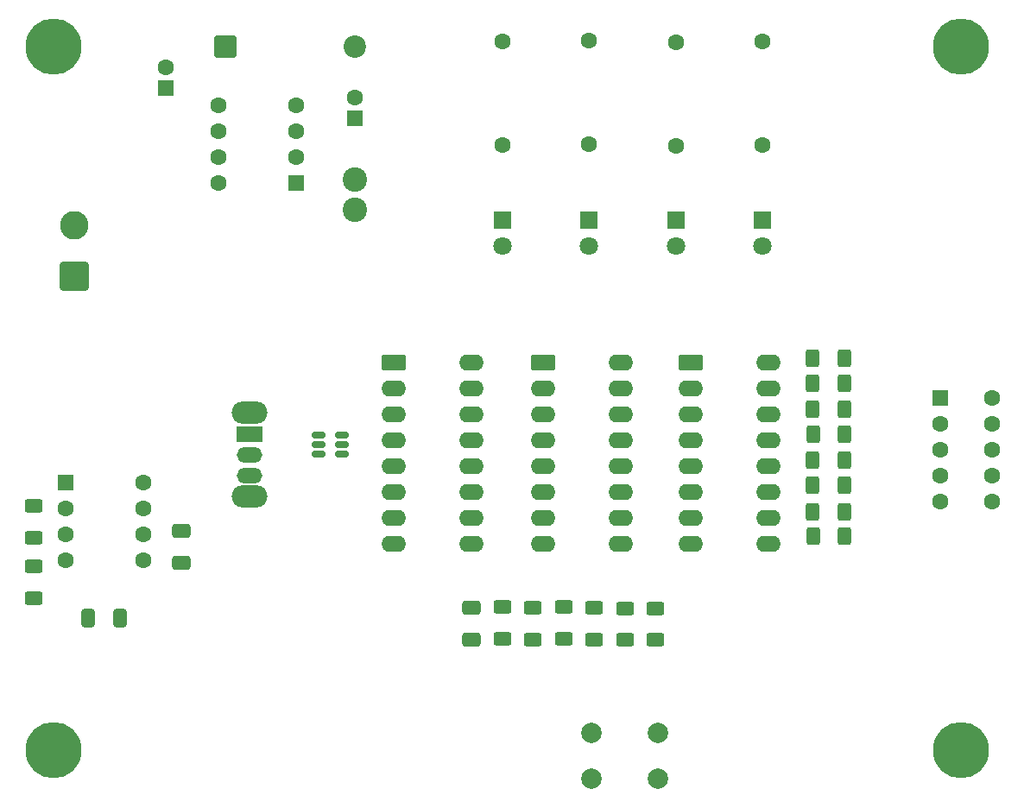
<source format=gbr>
%TF.GenerationSoftware,KiCad,Pcbnew,9.0.3*%
%TF.CreationDate,2025-12-16T09:58:44+01:00*%
%TF.ProjectId,PTP_Dario_Ladovic_project1,5054505f-4461-4726-996f-5f4c61646f76,rev?*%
%TF.SameCoordinates,Original*%
%TF.FileFunction,Soldermask,Top*%
%TF.FilePolarity,Negative*%
%FSLAX46Y46*%
G04 Gerber Fmt 4.6, Leading zero omitted, Abs format (unit mm)*
G04 Created by KiCad (PCBNEW 9.0.3) date 2025-12-16 09:58:44*
%MOMM*%
%LPD*%
G01*
G04 APERTURE LIST*
G04 Aperture macros list*
%AMRoundRect*
0 Rectangle with rounded corners*
0 $1 Rounding radius*
0 $2 $3 $4 $5 $6 $7 $8 $9 X,Y pos of 4 corners*
0 Add a 4 corners polygon primitive as box body*
4,1,4,$2,$3,$4,$5,$6,$7,$8,$9,$2,$3,0*
0 Add four circle primitives for the rounded corners*
1,1,$1+$1,$2,$3*
1,1,$1+$1,$4,$5*
1,1,$1+$1,$6,$7*
1,1,$1+$1,$8,$9*
0 Add four rect primitives between the rounded corners*
20,1,$1+$1,$2,$3,$4,$5,0*
20,1,$1+$1,$4,$5,$6,$7,0*
20,1,$1+$1,$6,$7,$8,$9,0*
20,1,$1+$1,$8,$9,$2,$3,0*%
G04 Aperture macros list end*
%ADD10RoundRect,0.250000X0.550000X0.550000X-0.550000X0.550000X-0.550000X-0.550000X0.550000X-0.550000X0*%
%ADD11C,1.600000*%
%ADD12RoundRect,0.250000X0.625000X-0.400000X0.625000X0.400000X-0.625000X0.400000X-0.625000X-0.400000X0*%
%ADD13C,5.500000*%
%ADD14RoundRect,0.250000X-0.550000X-0.550000X0.550000X-0.550000X0.550000X0.550000X-0.550000X0.550000X0*%
%ADD15C,2.400000*%
%ADD16RoundRect,0.250000X0.550000X-0.550000X0.550000X0.550000X-0.550000X0.550000X-0.550000X-0.550000X0*%
%ADD17RoundRect,0.250000X-0.950000X-0.550000X0.950000X-0.550000X0.950000X0.550000X-0.950000X0.550000X0*%
%ADD18O,2.400000X1.600000*%
%ADD19R,1.800000X1.800000*%
%ADD20C,1.800000*%
%ADD21RoundRect,0.250000X-0.400000X-0.625000X0.400000X-0.625000X0.400000X0.625000X-0.400000X0.625000X0*%
%ADD22RoundRect,0.250000X-0.650000X0.412500X-0.650000X-0.412500X0.650000X-0.412500X0.650000X0.412500X0*%
%ADD23C,2.000000*%
%ADD24RoundRect,0.250000X-0.412500X-0.650000X0.412500X-0.650000X0.412500X0.650000X-0.412500X0.650000X0*%
%ADD25O,3.500000X2.200000*%
%ADD26R,2.500000X1.500000*%
%ADD27O,2.500000X1.500000*%
%ADD28R,1.600000X1.600000*%
%ADD29RoundRect,0.250001X1.149999X-1.149999X1.149999X1.149999X-1.149999X1.149999X-1.149999X-1.149999X0*%
%ADD30C,2.800000*%
%ADD31RoundRect,0.249999X-0.850001X-0.850001X0.850001X-0.850001X0.850001X0.850001X-0.850001X0.850001X0*%
%ADD32C,2.200000*%
%ADD33RoundRect,0.150000X-0.512500X-0.150000X0.512500X-0.150000X0.512500X0.150000X-0.512500X0.150000X0*%
G04 APERTURE END LIST*
D10*
%TO.C,U1*%
X130305000Y-65810000D03*
D11*
X130305000Y-63270000D03*
X130305000Y-60730000D03*
X130305000Y-58190000D03*
X122685000Y-58190000D03*
X122685000Y-60730000D03*
X122685000Y-63270000D03*
X122685000Y-65810000D03*
%TD*%
D12*
%TO.C,R19*%
X104500000Y-100600000D03*
X104500000Y-97500000D03*
%TD*%
%TO.C,R11*%
X162500000Y-110650000D03*
X162500000Y-107550000D03*
%TD*%
D13*
%TO.C,H4*%
X195500000Y-121500000D03*
%TD*%
D14*
%TO.C,U7*%
X107695000Y-95190000D03*
D11*
X107695000Y-97730000D03*
X107695000Y-100270000D03*
X107695000Y-102810000D03*
X115315000Y-102810000D03*
X115315000Y-100270000D03*
X115315000Y-97730000D03*
X115315000Y-95190000D03*
%TD*%
D15*
%TO.C,L1*%
X136000000Y-65500000D03*
X136000000Y-68500000D03*
%TD*%
D12*
%TO.C,R20*%
X104500000Y-106550000D03*
X104500000Y-103450000D03*
%TD*%
D16*
%TO.C,C2*%
X136000000Y-59455113D03*
D11*
X136000000Y-57455113D03*
%TD*%
D17*
%TO.C,U4*%
X169000000Y-83460000D03*
D18*
X169000000Y-86000000D03*
X169000000Y-88540000D03*
X169000000Y-91080000D03*
X169000000Y-93620000D03*
X169000000Y-96160000D03*
X169000000Y-98700000D03*
X169000000Y-101240000D03*
X176620000Y-101240000D03*
X176620000Y-98700000D03*
X176620000Y-96160000D03*
X176620000Y-93620000D03*
X176620000Y-91080000D03*
X176620000Y-88540000D03*
X176620000Y-86000000D03*
X176620000Y-83460000D03*
%TD*%
D19*
%TO.C,D3*%
X159000000Y-69500000D03*
D20*
X159000000Y-72040000D03*
%TD*%
D17*
%TO.C,U2*%
X139880000Y-83460000D03*
D18*
X139880000Y-86000000D03*
X139880000Y-88540000D03*
X139880000Y-91080000D03*
X139880000Y-93620000D03*
X139880000Y-96160000D03*
X139880000Y-98700000D03*
X139880000Y-101240000D03*
X147500000Y-101240000D03*
X147500000Y-98700000D03*
X147500000Y-96160000D03*
X147500000Y-93620000D03*
X147500000Y-91080000D03*
X147500000Y-88540000D03*
X147500000Y-86000000D03*
X147500000Y-83460000D03*
%TD*%
D19*
%TO.C,D1*%
X176000000Y-69500000D03*
D20*
X176000000Y-72040000D03*
%TD*%
D21*
%TO.C,R15*%
X180900000Y-83000000D03*
X184000000Y-83000000D03*
%TD*%
D16*
%TO.C,C1*%
X117500000Y-56500000D03*
D11*
X117500000Y-54500000D03*
%TD*%
%TO.C,R2*%
X167500000Y-52000000D03*
X167500000Y-62160000D03*
%TD*%
D21*
%TO.C,R5*%
X180900000Y-95500000D03*
X184000000Y-95500000D03*
%TD*%
D19*
%TO.C,D2*%
X167500000Y-69500000D03*
D20*
X167500000Y-72040000D03*
%TD*%
D17*
%TO.C,U3*%
X154500000Y-83460000D03*
D18*
X154500000Y-86000000D03*
X154500000Y-88540000D03*
X154500000Y-91080000D03*
X154500000Y-93620000D03*
X154500000Y-96160000D03*
X154500000Y-98700000D03*
X154500000Y-101240000D03*
X162120000Y-101240000D03*
X162120000Y-98700000D03*
X162120000Y-96160000D03*
X162120000Y-93620000D03*
X162120000Y-91080000D03*
X162120000Y-88540000D03*
X162120000Y-86000000D03*
X162120000Y-83460000D03*
%TD*%
D22*
%TO.C,C5*%
X119000000Y-99937500D03*
X119000000Y-103062500D03*
%TD*%
D23*
%TO.C,SW1*%
X159250000Y-119750000D03*
X165750000Y-119750000D03*
X159250000Y-124250000D03*
X165750000Y-124250000D03*
%TD*%
D11*
%TO.C,R3*%
X159000000Y-62000000D03*
X159000000Y-51840000D03*
%TD*%
D24*
%TO.C,C4*%
X109875000Y-108500000D03*
X113000000Y-108500000D03*
%TD*%
D11*
%TO.C,R1*%
X176000000Y-62080000D03*
X176000000Y-51920000D03*
%TD*%
%TO.C,R4*%
X150500000Y-62080000D03*
X150500000Y-51920000D03*
%TD*%
D21*
%TO.C,R14*%
X180950000Y-100500000D03*
X184050000Y-100500000D03*
%TD*%
D12*
%TO.C,R7*%
X153500000Y-110600000D03*
X153500000Y-107500000D03*
%TD*%
D22*
%TO.C,C3*%
X147500000Y-107500000D03*
X147500000Y-110625000D03*
%TD*%
D13*
%TO.C,H3*%
X106500000Y-121500000D03*
%TD*%
D12*
%TO.C,R12*%
X165500000Y-110650000D03*
X165500000Y-107550000D03*
%TD*%
D21*
%TO.C,R8*%
X180900000Y-93000000D03*
X184000000Y-93000000D03*
%TD*%
D13*
%TO.C,H1*%
X106500000Y-52500000D03*
%TD*%
%TO.C,H2*%
X195500000Y-52500000D03*
%TD*%
D21*
%TO.C,R18*%
X180900000Y-88000000D03*
X184000000Y-88000000D03*
%TD*%
D12*
%TO.C,R10*%
X159500000Y-110600000D03*
X159500000Y-107500000D03*
%TD*%
D19*
%TO.C,D5*%
X150500000Y-69500000D03*
D20*
X150500000Y-72040000D03*
%TD*%
D12*
%TO.C,R9*%
X156500000Y-110550000D03*
X156500000Y-107450000D03*
%TD*%
D21*
%TO.C,R6*%
X180900000Y-98130000D03*
X184000000Y-98130000D03*
%TD*%
D25*
%TO.C,SW2*%
X125702500Y-88400000D03*
X125702500Y-96600000D03*
D26*
X125702500Y-90500000D03*
D27*
X125702500Y-92500000D03*
X125702500Y-94500000D03*
%TD*%
D28*
%TO.C,U5*%
X193420000Y-86960000D03*
D11*
X193420000Y-89500000D03*
X193420000Y-92040000D03*
X193420000Y-94580000D03*
X193420000Y-97120000D03*
X198500000Y-97120000D03*
X198500000Y-94580000D03*
X198500000Y-92040000D03*
X198500000Y-89500000D03*
X198500000Y-86960000D03*
%TD*%
D21*
%TO.C,R17*%
X180900000Y-85500000D03*
X184000000Y-85500000D03*
%TD*%
%TO.C,R16*%
X180950000Y-90500000D03*
X184050000Y-90500000D03*
%TD*%
D29*
%TO.C,J1*%
X108500000Y-75000000D03*
D30*
X108500000Y-70000000D03*
%TD*%
D12*
%TO.C,R13*%
X150500000Y-110550000D03*
X150500000Y-107450000D03*
%TD*%
D31*
%TO.C,D4*%
X123300000Y-52500000D03*
D32*
X136000000Y-52500000D03*
%TD*%
D33*
%TO.C,U6*%
X132500000Y-90550000D03*
X132500000Y-91500000D03*
X132500000Y-92450000D03*
X134775000Y-92450000D03*
X134775000Y-91500000D03*
X134775000Y-90550000D03*
%TD*%
M02*

</source>
